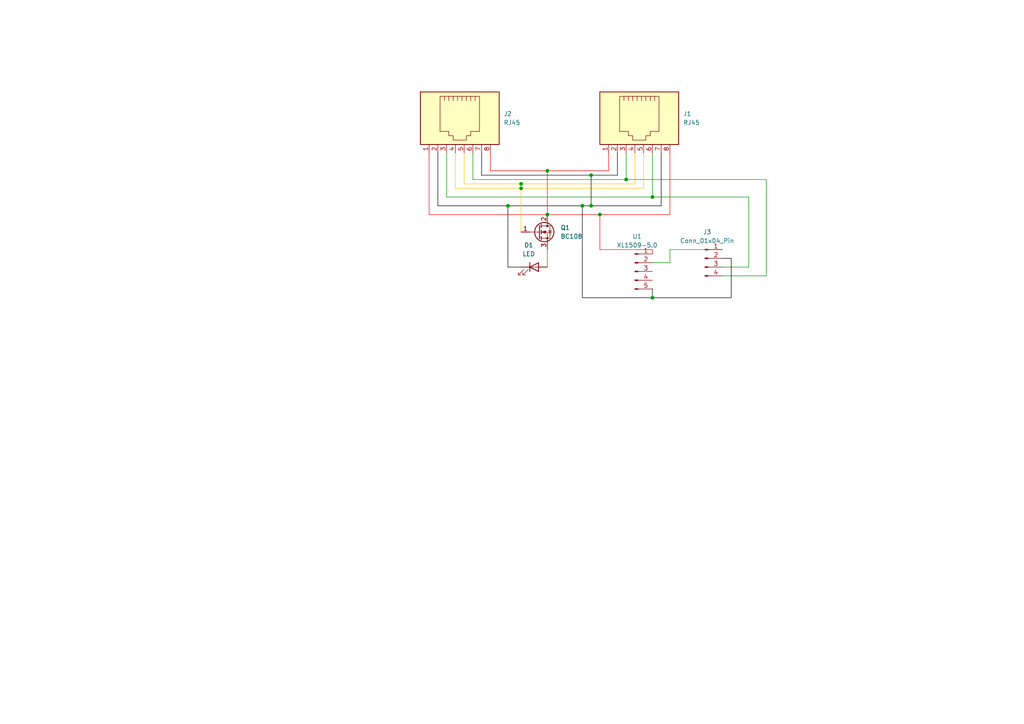
<source format=kicad_sch>
(kicad_sch (version 20231120) (generator "eeschema") (generator_version "8.0")
  (paper "A4")
  (lib_symbols
    (symbol "Connector:Conn_01x04_Pin" (pin_names (offset 1.016) hide)
      (property "Reference" "J" (at 0 5.08 0))
      (property "Value" "Conn_01x04_Pin" (at 0 -7.62 0))
      (symbol "Conn_01x04_Pin_1_1"
        (polyline (pts (xy 1.27 -5.08) (xy 0.8636 -5.08)) (stroke (width 0.1524)))
        (polyline (pts (xy 1.27 -2.54) (xy 0.8636 -2.54)) (stroke (width 0.1524)))
        (polyline (pts (xy 1.27 0) (xy 0.8636 0)) (stroke (width 0.1524)))
        (polyline (pts (xy 1.27 2.54) (xy 0.8636 2.54)) (stroke (width 0.1524)))
        (rectangle (start 0.8636 -4.953) (end 0 -5.207) (stroke (width 0.1524)) (fill (type outline)))
        (rectangle (start 0.8636 -2.413) (end 0 -2.667) (stroke (width 0.1524)) (fill (type outline)))
        (rectangle (start 0.8636 0.127) (end 0 -0.127) (stroke (width 0.1524)) (fill (type outline)))
        (rectangle (start 0.8636 2.667) (end 0 2.413) (stroke (width 0.1524)) (fill (type outline)))
        (pin passive line (at 5.08 2.54 180) (length 3.81) (name "Pin_1") (number "1"))
        (pin passive line (at 5.08 0 180) (length 3.81) (name "Pin_2") (number "2"))
        (pin passive line (at 5.08 -2.54 180) (length 3.81) (name "Pin_3") (number "3"))
        (pin passive line (at 5.08 -5.08 180) (length 3.81) (name "Pin_4") (number "4"))
      )
    )
    (symbol "Connector:Conn_01x05_Pin" (pin_names (offset 1.016) hide)
      (property "Reference" "J" (at 0 7.62 0))
      (property "Value" "Conn_01x05_Pin" (at 0 -7.62 0))
      (symbol "Conn_01x05_Pin_1_1"
        (polyline (pts (xy 1.27 -5.08) (xy 0.8636 -5.08)) (stroke (width 0.1524)))
        (polyline (pts (xy 1.27 -2.54) (xy 0.8636 -2.54)) (stroke (width 0.1524)))
        (polyline (pts (xy 1.27 0) (xy 0.8636 0)) (stroke (width 0.1524)))
        (polyline (pts (xy 1.27 2.54) (xy 0.8636 2.54)) (stroke (width 0.1524)))
        (polyline (pts (xy 1.27 5.08) (xy 0.8636 5.08)) (stroke (width 0.1524)))
        (rectangle (start 0.8636 -4.953) (end 0 -5.207) (stroke (width 0.1524)) (fill (type outline)))
        (rectangle (start 0.8636 -2.413) (end 0 -2.667) (stroke (width 0.1524)) (fill (type outline)))
        (rectangle (start 0.8636 0.127) (end 0 -0.127) (stroke (width 0.1524)) (fill (type outline)))
        (rectangle (start 0.8636 2.667) (end 0 2.413) (stroke (width 0.1524)) (fill (type outline)))
        (rectangle (start 0.8636 5.207) (end 0 4.953) (stroke (width 0.1524)) (fill (type outline)))
        (pin passive line (at 5.08 5.08 180) (length 3.81) (name "Pin_1") (number "1"))
        (pin passive line (at 5.08 2.54 180) (length 3.81) (name "Pin_2") (number "2"))
        (pin passive line (at 5.08 0 180) (length 3.81) (name "Pin_3") (number "3"))
        (pin passive line (at 5.08 -2.54 180) (length 3.81) (name "Pin_4") (number "4"))
        (pin passive line (at 5.08 -5.08 180) (length 3.81) (name "Pin_5") (number "5"))
      )
    )
    (symbol "Connector:RJ45" (pin_names (offset 1.016))
      (property "Reference" "J" (at -5.08 13.97 0))
      (property "Value" "RJ45" (at 2.54 13.97 0))
      (symbol "RJ45_0_1"
        (polyline (pts (xy -5.08 4.445) (xy -6.35 4.445)))
        (polyline (pts (xy -5.08 5.715) (xy -6.35 5.715)))
        (polyline (pts (xy -6.35 -3.175) (xy -5.08 -3.175) (xy -5.08 -3.175)))
        (polyline (pts (xy -6.35 -1.905) (xy -5.08 -1.905) (xy -5.08 -1.905)))
        (polyline (pts (xy -6.35 -0.635) (xy -5.08 -0.635) (xy -5.08 -0.635)))
        (polyline (pts (xy -6.35 0.635) (xy -5.08 0.635) (xy -5.08 0.635)))
        (polyline (pts (xy -6.35 1.905) (xy -5.08 1.905) (xy -5.08 1.905)))
        (polyline (pts (xy -5.08 3.175) (xy -6.35 3.175) (xy -6.35 3.175)))
        (polyline (pts (xy -6.35 -4.445) (xy -6.35 6.985) (xy 3.81 6.985) (xy 3.81 4.445) (xy 5.08 4.445) (xy 5.08 3.175) (xy 6.35 3.175) (xy 6.35 -0.635) (xy 5.08 -0.635) (xy 5.08 -1.905) (xy 3.81 -1.905) (xy 3.81 -4.445) (xy -6.35 -4.445) (xy -6.35 -4.445)))
        (rectangle (start 7.62 12.7) (end -7.62 -10.16) (stroke (width 0.254)) (fill (type background)))
      )
      (symbol "RJ45_1_1"
        (pin passive line (at 10.16 -7.62 180) (length 2.54) (name "~") (number "1"))
        (pin passive line (at 10.16 -5.08 180) (length 2.54) (name "~") (number "2"))
        (pin passive line (at 10.16 -2.54 180) (length 2.54) (name "~") (number "3"))
        (pin passive line (at 10.16 0 180) (length 2.54) (name "~") (number "4"))
        (pin passive line (at 10.16 2.54 180) (length 2.54) (name "~") (number "5"))
        (pin passive line (at 10.16 5.08 180) (length 2.54) (name "~") (number "6"))
        (pin passive line (at 10.16 7.62 180) (length 2.54) (name "~") (number "7"))
        (pin passive line (at 10.16 10.16 180) (length 2.54) (name "~") (number "8"))
      )
    )
    (symbol "Device:LED" (pin_numbers hide) (pin_names (offset 1.016) hide)
      (property "Reference" "D" (at 0 2.54 0))
      (property "Value" "LED" (at 0 -2.54 0))
      (symbol "LED_0_1"
        (polyline (pts (xy -1.27 -1.27) (xy -1.27 1.27)) (stroke (width 0.254)))
        (polyline (pts (xy -1.27 0) (xy 1.27 0)))
        (polyline (pts (xy 1.27 -1.27) (xy 1.27 1.27) (xy -1.27 0) (xy 1.27 -1.27)) (stroke (width 0.254)))
        (polyline (pts (xy -3.048 -0.762) (xy -4.572 -2.286) (xy -3.81 -2.286) (xy -4.572 -2.286) (xy -4.572 -1.524)))
        (polyline (pts (xy -1.778 -0.762) (xy -3.302 -2.286) (xy -2.54 -2.286) (xy -3.302 -2.286) (xy -3.302 -1.524)))
      )
      (symbol "LED_1_1"
        (pin passive line (at -3.81 0 0) (length 2.54) (name "K") (number "1"))
        (pin passive line (at 3.81 0 180) (length 2.54) (name "A") (number "2"))
      )
    )
    (symbol "Transistor_FET:IRLZ34N" (pin_names hide)
      (property "Reference" "Q" (at 5.08 1.905 0))
      (property "Value" "IRLZ34N" (at 5.08 0 0))
      (symbol "IRLZ34N_0_1"
        (polyline (pts (xy 0.254 0) (xy -2.54 0)))
        (polyline (pts (xy 0.254 1.905) (xy 0.254 -1.905)) (stroke (width 0.254)))
        (polyline (pts (xy 0.762 -1.27) (xy 0.762 -2.286)) (stroke (width 0.254)))
        (polyline (pts (xy 0.762 0.508) (xy 0.762 -0.508)) (stroke (width 0.254)))
        (polyline (pts (xy 0.762 2.286) (xy 0.762 1.27)) (stroke (width 0.254)))
        (polyline (pts (xy 2.54 2.54) (xy 2.54 1.778)))
        (polyline (pts (xy 2.54 -2.54) (xy 2.54 0) (xy 0.762 0)))
        (polyline (pts (xy 0.762 -1.778) (xy 3.302 -1.778) (xy 3.302 1.778) (xy 0.762 1.778)))
        (polyline (pts (xy 1.016 0) (xy 2.032 0.381) (xy 2.032 -0.381) (xy 1.016 0)) (fill (type outline)))
        (polyline (pts (xy 2.794 0.508) (xy 2.921 0.381) (xy 3.683 0.381) (xy 3.81 0.254)))
        (polyline (pts (xy 3.302 0.381) (xy 2.921 -0.254) (xy 3.683 -0.254) (xy 3.302 0.381)))
        (circle (center 1.651 0) (radius 2.794) (stroke (width 0.254)))
        (circle (center 2.54 -1.778) (radius 0.254) (fill (type outline)))
        (circle (center 2.54 1.778) (radius 0.254) (fill (type outline)))
      )
      (symbol "IRLZ34N_1_1"
        (pin input line (at -5.08 0 0) (length 2.54) (name "G") (number "1"))
        (pin passive line (at 2.54 5.08 270) (length 2.54) (name "D") (number "2"))
        (pin passive line (at 2.54 -5.08 90) (length 2.54) (name "S") (number "3"))
      )
    )
  )
  (junction (at 171.45 50.8))
  (junction (at 173.99 62.23))
  (junction (at 181.61 52.07))
  (junction (at 147.32 59.69))
  (junction (at 158.75 62.23))
  (junction (at 171.45 59.69))
  (junction (at 189.23 86.36))
  (junction (at 168.91 59.69))
  (junction (at 151.13 53.34))
  (junction (at 151.13 54.61))
  (junction (at 189.23 57.15))
  (junction (at 158.75 49.53))
  (wire (pts (xy 173.99 72.39) (xy 189.23 72.39)) (stroke (width 0) (color 255 0 0 1)))
  (wire (pts (xy 168.91 86.36) (xy 189.23 86.36)) (stroke (width 0) (color 0 0 0 1)))
  (wire (pts (xy 158.75 49.53) (xy 158.75 62.23)) (stroke (width 0) (color 251 0 0 1)))
  (wire (pts (xy 209.55 72.39) (xy 194.31 72.39)))
  (wire (pts (xy 184.15 44.45) (xy 184.15 53.34)) (stroke (width 0) (color 255 196 0 1)))
  (wire (pts (xy 124.46 62.23) (xy 158.75 62.23)) (stroke (width 0) (color 255 0 0 1)))
  (wire (pts (xy 173.99 62.23) (xy 173.99 72.39)) (stroke (width 0) (color 255 0 0 1)))
  (wire (pts (xy 186.69 54.61) (xy 186.69 44.45)) (stroke (width 0) (color 255 196 0 1)))
  (wire (pts (xy 142.24 44.45) (xy 142.24 49.53)) (stroke (width 0) (color 251 0 0 1)))
  (wire (pts (xy 173.99 62.23) (xy 194.31 62.23)) (stroke (width 0) (color 255 0 0 1)))
  (wire (pts (xy 171.45 50.8) (xy 171.45 59.69)) (stroke (width 0) (color 0 0 0 1)))
  (wire (pts (xy 189.23 57.15) (xy 217.17 57.15)))
  (wire (pts (xy 127 44.45) (xy 127 59.69)) (stroke (width 0) (color 0 0 0 1)))
  (wire (pts (xy 217.17 57.15) (xy 217.17 77.47)))
  (wire (pts (xy 189.23 57.15) (xy 129.54 57.15)))
  (wire (pts (xy 212.09 86.36) (xy 212.09 74.93)) (stroke (width 0) (color 0 0 0 1)))
  (wire (pts (xy 129.54 57.15) (xy 129.54 44.45)))
  (wire (pts (xy 217.17 77.47) (xy 209.55 77.47)))
  (wire (pts (xy 142.24 49.53) (xy 158.75 49.53)) (stroke (width 0) (color 251 0 0 1)))
  (wire (pts (xy 137.16 52.07) (xy 181.61 52.07)))
  (wire (pts (xy 168.91 59.69) (xy 171.45 59.69)) (stroke (width 0) (color 0 0 0 1)))
  (wire (pts (xy 168.91 59.69) (xy 168.91 86.36)) (stroke (width 0) (color 0 0 0 1)))
  (wire (pts (xy 139.7 50.8) (xy 171.45 50.8)) (stroke (width 0) (color 0 0 0 1)))
  (wire (pts (xy 158.75 62.23) (xy 173.99 62.23)) (stroke (width 0) (color 255 0 0 1)))
  (wire (pts (xy 134.62 53.34) (xy 134.62 44.45)) (stroke (width 0) (color 255 196 0 1)))
  (wire (pts (xy 147.32 59.69) (xy 168.91 59.69)) (stroke (width 0) (color 0 0 0 1)))
  (wire (pts (xy 158.75 49.53) (xy 176.53 49.53)) (stroke (width 0) (color 251 0 0 1)))
  (wire (pts (xy 189.23 72.39) (xy 189.23 73.66)) (stroke (width 0) (color 255 0 0 1)))
  (wire (pts (xy 184.15 53.34) (xy 151.13 53.34)) (stroke (width 0) (color 255 196 0 1)))
  (wire (pts (xy 132.08 44.45) (xy 132.08 54.61)) (stroke (width 0) (color 255 196 0 1)))
  (wire (pts (xy 176.53 49.53) (xy 176.53 44.45)) (stroke (width 0) (color 251 0 0 1)))
  (wire (pts (xy 124.46 44.45) (xy 124.46 62.23)) (stroke (width 0) (color 255 0 0 1)))
  (wire (pts (xy 189.23 86.36) (xy 212.09 86.36)) (stroke (width 0) (color 0 0 0 1)))
  (wire (pts (xy 212.09 74.93) (xy 209.55 74.93)) (stroke (width 0) (color 0 0 0 1)))
  (wire (pts (xy 137.16 44.45) (xy 137.16 52.07)))
  (wire (pts (xy 189.23 76.2) (xy 194.31 76.2)))
  (wire (pts (xy 147.32 59.69) (xy 147.32 77.47)) (stroke (width 0) (color 0 0 0 1)))
  (wire (pts (xy 139.7 44.45) (xy 139.7 50.8)) (stroke (width 0) (color 0 0 0 1)))
  (wire (pts (xy 181.61 52.07) (xy 222.25 52.07)))
  (wire (pts (xy 151.13 53.34) (xy 134.62 53.34)) (stroke (width 0) (color 255 196 0 1)))
  (wire (pts (xy 179.07 50.8) (xy 179.07 44.45)) (stroke (width 0) (color 0 0 0 1)))
  (wire (pts (xy 171.45 59.69) (xy 191.77 59.69)) (stroke (width 0) (color 0 0 0 1)))
  (wire (pts (xy 151.13 54.61) (xy 151.13 67.31)) (stroke (width 0) (color 255 196 0 1)))
  (wire (pts (xy 189.23 83.82) (xy 189.23 86.36)) (stroke (width 0) (color 0 0 0 1)))
  (wire (pts (xy 158.75 72.39) (xy 158.75 77.47)))
  (wire (pts (xy 171.45 50.8) (xy 179.07 50.8)) (stroke (width 0) (color 0 0 0 1)))
  (wire (pts (xy 151.13 53.34) (xy 151.13 54.61)) (stroke (width 0) (color 255 196 0 1)))
  (wire (pts (xy 147.32 77.47) (xy 151.13 77.47)) (stroke (width 0) (color 0 0 0 1)))
  (wire (pts (xy 222.25 80.01) (xy 209.55 80.01)))
  (wire (pts (xy 194.31 72.39) (xy 194.31 76.2)))
  (wire (pts (xy 132.08 54.61) (xy 151.13 54.61)) (stroke (width 0) (color 255 196 0 1)))
  (wire (pts (xy 194.31 62.23) (xy 194.31 44.45)) (stroke (width 0) (color 255 0 0 1)))
  (wire (pts (xy 222.25 52.07) (xy 222.25 80.01)))
  (wire (pts (xy 151.13 54.61) (xy 186.69 54.61)) (stroke (width 0) (color 255 196 0 1)))
  (wire (pts (xy 181.61 52.07) (xy 181.61 44.45)))
  (wire (pts (xy 189.23 44.45) (xy 189.23 57.15)))
  (wire (pts (xy 191.77 59.69) (xy 191.77 44.45)) (stroke (width 0) (color 0 0 0 1)))
  (wire (pts (xy 127 59.69) (xy 147.32 59.69)) (stroke (width 0) (color 0 0 0 1)))
  (symbol (lib_id "Connector:Conn_01x05_Pin") (at 184.15 78.74 0) (unit 1)
    (property "Reference" "U1" (at 184.785 68.58 0))
    (property "Value" "XL1509-5.0" (at 184.785 71.12 0))
    (property "Footprint" "Package_SO:SOIC-8_3.9x4.9mm_P1.27mm" (effects (hide yes)))
    (property "Description" "Generic connector, single row, 01x05, script generated" (effects (hide yes)))
  )
  (symbol (lib_id "Connector:Conn_01x04_Pin") (at 204.47 74.93 0) (unit 1)
    (property "Reference" "J3" (at 205.105 67.31 0))
    (property "Value" "Conn_01x04_Pin" (at 205.105 69.85 0))
    (property "Footprint" "Connector_PinHeader_1.00mm:PinHeader_1x04_P1.00mm_Vertical" (effects (hide yes)))
    (property "Description" "Generic connector, single row, 01x04, script generated" (effects (hide yes)))
  )
  (symbol (lib_id "Connector:RJ45") (at 132.08 34.29 270) (unit 1)
    (property "Reference" "J2" (at 146.05 33.0199 90) (effects (justify left)))
    (property "Value" "RJ45" (at 146.05 35.5599 90) (effects (justify left)))
    (property "Footprint" "Connector_RJ:RJ45_Amphenol_54602-x08_Horizontal" (effects (hide yes)))
    (property "Description" "RJ connector, 8P8C (8 positions 8 connected)" (effects (hide yes)))
  )
  (symbol (lib_id "Device:LED") (at 154.94 77.47 0) (unit 1)
    (property "Reference" "D1" (at 153.3525 71.12 0))
    (property "Value" "LED" (at 153.3525 73.66 0))
    (property "Footprint" "LED_THT:LED_D20.0mm" (effects (hide yes)))
    (property "Description" "Light emitting diode" (effects (hide yes)))
  )
  (symbol (lib_id "Connector:RJ45") (at 184.15 34.29 270) (unit 1)
    (property "Reference" "J1" (at 198.12 33.0199 90) (effects (justify left)))
    (property "Value" "RJ45" (at 198.12 35.5599 90) (effects (justify left)))
    (property "Footprint" "Connector_RJ:RJ45_Amphenol_54602-x08_Horizontal" (effects (hide yes)))
    (property "Description" "RJ connector, 8P8C (8 positions 8 connected)" (effects (hide yes)))
  )
  (symbol (lib_id "Transistor_FET:IRLZ34N") (at 156.21 67.31 0) (unit 1)
    (property "Reference" "Q1" (at 162.56 66.0399 0) (effects (justify left)))
    (property "Value" "BC108" (at 162.56 68.5799 0) (effects (justify left)))
    (property "Footprint" "Package_TO_SOT_THT:TO-220-3_Vertical" (effects (hide yes)))
    (property "Datasheet" "http://www.infineon.com/dgdl/irlz34npbf.pdf?fileId=5546d462533600a40153567206892720" (effects (hide yes)))
    (property "Description" "30A Id, 55V Vds, 35mOhm Rds, N-Channel HEXFET Power MOSFET, TO-220AB" (effects (hide yes)))
  )
)
</source>
